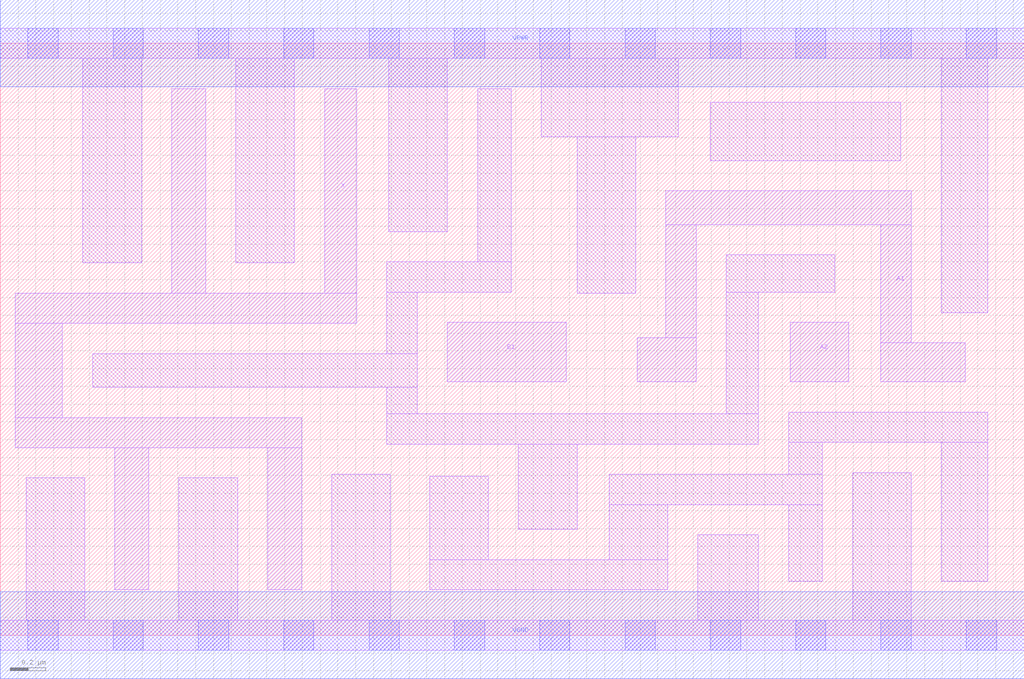
<source format=lef>
# Copyright 2020 The SkyWater PDK Authors
#
# Licensed under the Apache License, Version 2.0 (the "License");
# you may not use this file except in compliance with the License.
# You may obtain a copy of the License at
#
#     https://www.apache.org/licenses/LICENSE-2.0
#
# Unless required by applicable law or agreed to in writing, software
# distributed under the License is distributed on an "AS IS" BASIS,
# WITHOUT WARRANTIES OR CONDITIONS OF ANY KIND, either express or implied.
# See the License for the specific language governing permissions and
# limitations under the License.
#
# SPDX-License-Identifier: Apache-2.0

VERSION 5.7 ;
  NAMESCASESENSITIVE ON ;
  NOWIREEXTENSIONATPIN ON ;
  DIVIDERCHAR "/" ;
  BUSBITCHARS "[]" ;
UNITS
  DATABASE MICRONS 200 ;
END UNITS
MACRO sky130_fd_sc_lp__o21a_4
  CLASS CORE ;
  SOURCE USER ;
  FOREIGN sky130_fd_sc_lp__o21a_4 ;
  ORIGIN  0.000000  0.000000 ;
  SIZE  5.760000 BY  3.330000 ;
  SYMMETRY X Y R90 ;
  SITE unit ;
  PIN A1
    ANTENNAGATEAREA  0.630000 ;
    DIRECTION INPUT ;
    USE SIGNAL ;
    PORT
      LAYER li1 ;
        RECT 3.585000 1.425000 3.915000 1.675000 ;
        RECT 3.745000 1.675000 3.915000 2.310000 ;
        RECT 3.745000 2.310000 5.125000 2.500000 ;
        RECT 4.955000 1.425000 5.430000 1.645000 ;
        RECT 4.955000 1.645000 5.125000 2.310000 ;
    END
  END A1
  PIN A2
    ANTENNAGATEAREA  0.630000 ;
    DIRECTION INPUT ;
    USE SIGNAL ;
    PORT
      LAYER li1 ;
        RECT 4.445000 1.425000 4.775000 1.760000 ;
    END
  END A2
  PIN B1
    ANTENNAGATEAREA  0.630000 ;
    DIRECTION INPUT ;
    USE SIGNAL ;
    PORT
      LAYER li1 ;
        RECT 2.515000 1.425000 3.185000 1.760000 ;
    END
  END B1
  PIN X
    ANTENNADIFFAREA  1.176000 ;
    DIRECTION OUTPUT ;
    USE SIGNAL ;
    PORT
      LAYER li1 ;
        RECT 0.085000 1.055000 1.695000 1.225000 ;
        RECT 0.085000 1.225000 0.350000 1.755000 ;
        RECT 0.085000 1.755000 2.005000 1.925000 ;
        RECT 0.645000 0.255000 0.835000 1.055000 ;
        RECT 0.965000 1.925000 1.155000 3.075000 ;
        RECT 1.505000 0.255000 1.695000 1.055000 ;
        RECT 1.825000 1.925000 2.005000 3.075000 ;
    END
  END X
  PIN VGND
    DIRECTION INOUT ;
    USE GROUND ;
    PORT
      LAYER met1 ;
        RECT 0.000000 -0.245000 5.760000 0.245000 ;
    END
  END VGND
  PIN VPWR
    DIRECTION INOUT ;
    USE POWER ;
    PORT
      LAYER met1 ;
        RECT 0.000000 3.085000 5.760000 3.575000 ;
    END
  END VPWR
  OBS
    LAYER li1 ;
      RECT 0.000000 -0.085000 5.760000 0.085000 ;
      RECT 0.000000  3.245000 5.760000 3.415000 ;
      RECT 0.145000  0.085000 0.475000 0.885000 ;
      RECT 0.465000  2.095000 0.795000 3.245000 ;
      RECT 0.520000  1.395000 2.345000 1.585000 ;
      RECT 1.005000  0.085000 1.335000 0.885000 ;
      RECT 1.325000  2.095000 1.655000 3.245000 ;
      RECT 1.865000  0.085000 2.195000 0.905000 ;
      RECT 2.175000  1.075000 4.265000 1.245000 ;
      RECT 2.175000  1.245000 2.345000 1.395000 ;
      RECT 2.175000  1.585000 2.345000 1.930000 ;
      RECT 2.175000  1.930000 2.875000 2.100000 ;
      RECT 2.185000  2.270000 2.515000 3.245000 ;
      RECT 2.415000  0.255000 3.755000 0.425000 ;
      RECT 2.415000  0.425000 2.745000 0.895000 ;
      RECT 2.685000  2.100000 2.875000 3.075000 ;
      RECT 2.915000  0.595000 3.245000 1.075000 ;
      RECT 3.045000  2.805000 3.815000 3.245000 ;
      RECT 3.245000  1.925000 3.575000 2.805000 ;
      RECT 3.425000  0.425000 3.755000 0.735000 ;
      RECT 3.425000  0.735000 4.625000 0.905000 ;
      RECT 3.925000  0.085000 4.265000 0.565000 ;
      RECT 3.995000  2.670000 5.065000 3.000000 ;
      RECT 4.085000  1.245000 4.265000 1.930000 ;
      RECT 4.085000  1.930000 4.695000 2.140000 ;
      RECT 4.435000  0.305000 4.625000 0.735000 ;
      RECT 4.435000  0.905000 4.625000 1.085000 ;
      RECT 4.435000  1.085000 5.555000 1.255000 ;
      RECT 4.795000  0.085000 5.125000 0.915000 ;
      RECT 5.295000  0.305000 5.555000 1.085000 ;
      RECT 5.295000  1.815000 5.555000 3.245000 ;
    LAYER mcon ;
      RECT 0.155000 -0.085000 0.325000 0.085000 ;
      RECT 0.155000  3.245000 0.325000 3.415000 ;
      RECT 0.635000 -0.085000 0.805000 0.085000 ;
      RECT 0.635000  3.245000 0.805000 3.415000 ;
      RECT 1.115000 -0.085000 1.285000 0.085000 ;
      RECT 1.115000  3.245000 1.285000 3.415000 ;
      RECT 1.595000 -0.085000 1.765000 0.085000 ;
      RECT 1.595000  3.245000 1.765000 3.415000 ;
      RECT 2.075000 -0.085000 2.245000 0.085000 ;
      RECT 2.075000  3.245000 2.245000 3.415000 ;
      RECT 2.555000 -0.085000 2.725000 0.085000 ;
      RECT 2.555000  3.245000 2.725000 3.415000 ;
      RECT 3.035000 -0.085000 3.205000 0.085000 ;
      RECT 3.035000  3.245000 3.205000 3.415000 ;
      RECT 3.515000 -0.085000 3.685000 0.085000 ;
      RECT 3.515000  3.245000 3.685000 3.415000 ;
      RECT 3.995000 -0.085000 4.165000 0.085000 ;
      RECT 3.995000  3.245000 4.165000 3.415000 ;
      RECT 4.475000 -0.085000 4.645000 0.085000 ;
      RECT 4.475000  3.245000 4.645000 3.415000 ;
      RECT 4.955000 -0.085000 5.125000 0.085000 ;
      RECT 4.955000  3.245000 5.125000 3.415000 ;
      RECT 5.435000 -0.085000 5.605000 0.085000 ;
      RECT 5.435000  3.245000 5.605000 3.415000 ;
  END
END sky130_fd_sc_lp__o21a_4

</source>
